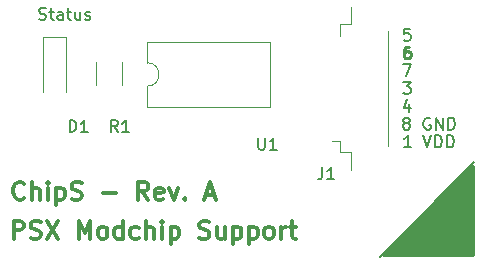
<source format=gbr>
%TF.GenerationSoftware,KiCad,Pcbnew,4.0.6*%
%TF.CreationDate,2017-08-22T22:22:21+02:00*%
%TF.ProjectId,ChipS,43686970532E6B696361645F70636200,rev?*%
%TF.FileFunction,Legend,Top*%
%FSLAX46Y46*%
G04 Gerber Fmt 4.6, Leading zero omitted, Abs format (unit mm)*
G04 Created by KiCad (PCBNEW 4.0.6) date 08/22/17 22:22:21*
%MOMM*%
%LPD*%
G01*
G04 APERTURE LIST*
%ADD10C,0.100000*%
%ADD11C,0.200000*%
%ADD12C,0.300000*%
%ADD13C,0.250000*%
%ADD14C,0.120000*%
%ADD15C,0.150000*%
G04 APERTURE END LIST*
D10*
D11*
X110579096Y-64722381D02*
X110102905Y-64722381D01*
X110055286Y-65198571D01*
X110102905Y-65150952D01*
X110198143Y-65103333D01*
X110436239Y-65103333D01*
X110531477Y-65150952D01*
X110579096Y-65198571D01*
X110626715Y-65293810D01*
X110626715Y-65531905D01*
X110579096Y-65627143D01*
X110531477Y-65674762D01*
X110436239Y-65722381D01*
X110198143Y-65722381D01*
X110102905Y-65674762D01*
X110055286Y-65627143D01*
X110200000Y-72680952D02*
X110104762Y-72633333D01*
X110057143Y-72585714D01*
X110009524Y-72490476D01*
X110009524Y-72442857D01*
X110057143Y-72347619D01*
X110104762Y-72300000D01*
X110200000Y-72252381D01*
X110390477Y-72252381D01*
X110485715Y-72300000D01*
X110533334Y-72347619D01*
X110580953Y-72442857D01*
X110580953Y-72490476D01*
X110533334Y-72585714D01*
X110485715Y-72633333D01*
X110390477Y-72680952D01*
X110200000Y-72680952D01*
X110104762Y-72728571D01*
X110057143Y-72776190D01*
X110009524Y-72871429D01*
X110009524Y-73061905D01*
X110057143Y-73157143D01*
X110104762Y-73204762D01*
X110200000Y-73252381D01*
X110390477Y-73252381D01*
X110485715Y-73204762D01*
X110533334Y-73157143D01*
X110580953Y-73061905D01*
X110580953Y-72871429D01*
X110533334Y-72776190D01*
X110485715Y-72728571D01*
X110390477Y-72680952D01*
X112295239Y-72300000D02*
X112200001Y-72252381D01*
X112057144Y-72252381D01*
X111914286Y-72300000D01*
X111819048Y-72395238D01*
X111771429Y-72490476D01*
X111723810Y-72680952D01*
X111723810Y-72823810D01*
X111771429Y-73014286D01*
X111819048Y-73109524D01*
X111914286Y-73204762D01*
X112057144Y-73252381D01*
X112152382Y-73252381D01*
X112295239Y-73204762D01*
X112342858Y-73157143D01*
X112342858Y-72823810D01*
X112152382Y-72823810D01*
X112771429Y-73252381D02*
X112771429Y-72252381D01*
X113342858Y-73252381D01*
X113342858Y-72252381D01*
X113819048Y-73252381D02*
X113819048Y-72252381D01*
X114057143Y-72252381D01*
X114200001Y-72300000D01*
X114295239Y-72395238D01*
X114342858Y-72490476D01*
X114390477Y-72680952D01*
X114390477Y-72823810D01*
X114342858Y-73014286D01*
X114295239Y-73109524D01*
X114200001Y-73204762D01*
X114057143Y-73252381D01*
X113819048Y-73252381D01*
X110676191Y-74752381D02*
X110104762Y-74752381D01*
X110390476Y-74752381D02*
X110390476Y-73752381D01*
X110295238Y-73895238D01*
X110200000Y-73990476D01*
X110104762Y-74038095D01*
X111723810Y-73752381D02*
X112057143Y-74752381D01*
X112390477Y-73752381D01*
X112723810Y-74752381D02*
X112723810Y-73752381D01*
X112961905Y-73752381D01*
X113104763Y-73800000D01*
X113200001Y-73895238D01*
X113247620Y-73990476D01*
X113295239Y-74180952D01*
X113295239Y-74323810D01*
X113247620Y-74514286D01*
X113200001Y-74609524D01*
X113104763Y-74704762D01*
X112961905Y-74752381D01*
X112723810Y-74752381D01*
X113723810Y-74752381D02*
X113723810Y-73752381D01*
X113961905Y-73752381D01*
X114104763Y-73800000D01*
X114200001Y-73895238D01*
X114247620Y-73990476D01*
X114295239Y-74180952D01*
X114295239Y-74323810D01*
X114247620Y-74514286D01*
X114200001Y-74609524D01*
X114104763Y-74704762D01*
X113961905Y-74752381D01*
X113723810Y-74752381D01*
X110531477Y-71055714D02*
X110531477Y-71722381D01*
X110293381Y-70674762D02*
X110055286Y-71389048D01*
X110674334Y-71389048D01*
X110007667Y-69222381D02*
X110626715Y-69222381D01*
X110293381Y-69603333D01*
X110436239Y-69603333D01*
X110531477Y-69650952D01*
X110579096Y-69698571D01*
X110626715Y-69793810D01*
X110626715Y-70031905D01*
X110579096Y-70127143D01*
X110531477Y-70174762D01*
X110436239Y-70222381D01*
X110150524Y-70222381D01*
X110055286Y-70174762D01*
X110007667Y-70127143D01*
X110007667Y-67722381D02*
X110674334Y-67722381D01*
X110245762Y-68722381D01*
D12*
X77028572Y-82478571D02*
X77028572Y-80978571D01*
X77600000Y-80978571D01*
X77742858Y-81050000D01*
X77814286Y-81121429D01*
X77885715Y-81264286D01*
X77885715Y-81478571D01*
X77814286Y-81621429D01*
X77742858Y-81692857D01*
X77600000Y-81764286D01*
X77028572Y-81764286D01*
X78457143Y-82407143D02*
X78671429Y-82478571D01*
X79028572Y-82478571D01*
X79171429Y-82407143D01*
X79242858Y-82335714D01*
X79314286Y-82192857D01*
X79314286Y-82050000D01*
X79242858Y-81907143D01*
X79171429Y-81835714D01*
X79028572Y-81764286D01*
X78742858Y-81692857D01*
X78600000Y-81621429D01*
X78528572Y-81550000D01*
X78457143Y-81407143D01*
X78457143Y-81264286D01*
X78528572Y-81121429D01*
X78600000Y-81050000D01*
X78742858Y-80978571D01*
X79100000Y-80978571D01*
X79314286Y-81050000D01*
X79814286Y-80978571D02*
X80814286Y-82478571D01*
X80814286Y-80978571D02*
X79814286Y-82478571D01*
X82528571Y-82478571D02*
X82528571Y-80978571D01*
X83028571Y-82050000D01*
X83528571Y-80978571D01*
X83528571Y-82478571D01*
X84457143Y-82478571D02*
X84314285Y-82407143D01*
X84242857Y-82335714D01*
X84171428Y-82192857D01*
X84171428Y-81764286D01*
X84242857Y-81621429D01*
X84314285Y-81550000D01*
X84457143Y-81478571D01*
X84671428Y-81478571D01*
X84814285Y-81550000D01*
X84885714Y-81621429D01*
X84957143Y-81764286D01*
X84957143Y-82192857D01*
X84885714Y-82335714D01*
X84814285Y-82407143D01*
X84671428Y-82478571D01*
X84457143Y-82478571D01*
X86242857Y-82478571D02*
X86242857Y-80978571D01*
X86242857Y-82407143D02*
X86100000Y-82478571D01*
X85814286Y-82478571D01*
X85671428Y-82407143D01*
X85600000Y-82335714D01*
X85528571Y-82192857D01*
X85528571Y-81764286D01*
X85600000Y-81621429D01*
X85671428Y-81550000D01*
X85814286Y-81478571D01*
X86100000Y-81478571D01*
X86242857Y-81550000D01*
X87600000Y-82407143D02*
X87457143Y-82478571D01*
X87171429Y-82478571D01*
X87028571Y-82407143D01*
X86957143Y-82335714D01*
X86885714Y-82192857D01*
X86885714Y-81764286D01*
X86957143Y-81621429D01*
X87028571Y-81550000D01*
X87171429Y-81478571D01*
X87457143Y-81478571D01*
X87600000Y-81550000D01*
X88242857Y-82478571D02*
X88242857Y-80978571D01*
X88885714Y-82478571D02*
X88885714Y-81692857D01*
X88814285Y-81550000D01*
X88671428Y-81478571D01*
X88457143Y-81478571D01*
X88314285Y-81550000D01*
X88242857Y-81621429D01*
X89600000Y-82478571D02*
X89600000Y-81478571D01*
X89600000Y-80978571D02*
X89528571Y-81050000D01*
X89600000Y-81121429D01*
X89671428Y-81050000D01*
X89600000Y-80978571D01*
X89600000Y-81121429D01*
X90314286Y-81478571D02*
X90314286Y-82978571D01*
X90314286Y-81550000D02*
X90457143Y-81478571D01*
X90742857Y-81478571D01*
X90885714Y-81550000D01*
X90957143Y-81621429D01*
X91028572Y-81764286D01*
X91028572Y-82192857D01*
X90957143Y-82335714D01*
X90885714Y-82407143D01*
X90742857Y-82478571D01*
X90457143Y-82478571D01*
X90314286Y-82407143D01*
X92742857Y-82407143D02*
X92957143Y-82478571D01*
X93314286Y-82478571D01*
X93457143Y-82407143D01*
X93528572Y-82335714D01*
X93600000Y-82192857D01*
X93600000Y-82050000D01*
X93528572Y-81907143D01*
X93457143Y-81835714D01*
X93314286Y-81764286D01*
X93028572Y-81692857D01*
X92885714Y-81621429D01*
X92814286Y-81550000D01*
X92742857Y-81407143D01*
X92742857Y-81264286D01*
X92814286Y-81121429D01*
X92885714Y-81050000D01*
X93028572Y-80978571D01*
X93385714Y-80978571D01*
X93600000Y-81050000D01*
X94885714Y-81478571D02*
X94885714Y-82478571D01*
X94242857Y-81478571D02*
X94242857Y-82264286D01*
X94314285Y-82407143D01*
X94457143Y-82478571D01*
X94671428Y-82478571D01*
X94814285Y-82407143D01*
X94885714Y-82335714D01*
X95600000Y-81478571D02*
X95600000Y-82978571D01*
X95600000Y-81550000D02*
X95742857Y-81478571D01*
X96028571Y-81478571D01*
X96171428Y-81550000D01*
X96242857Y-81621429D01*
X96314286Y-81764286D01*
X96314286Y-82192857D01*
X96242857Y-82335714D01*
X96171428Y-82407143D01*
X96028571Y-82478571D01*
X95742857Y-82478571D01*
X95600000Y-82407143D01*
X96957143Y-81478571D02*
X96957143Y-82978571D01*
X96957143Y-81550000D02*
X97100000Y-81478571D01*
X97385714Y-81478571D01*
X97528571Y-81550000D01*
X97600000Y-81621429D01*
X97671429Y-81764286D01*
X97671429Y-82192857D01*
X97600000Y-82335714D01*
X97528571Y-82407143D01*
X97385714Y-82478571D01*
X97100000Y-82478571D01*
X96957143Y-82407143D01*
X98528572Y-82478571D02*
X98385714Y-82407143D01*
X98314286Y-82335714D01*
X98242857Y-82192857D01*
X98242857Y-81764286D01*
X98314286Y-81621429D01*
X98385714Y-81550000D01*
X98528572Y-81478571D01*
X98742857Y-81478571D01*
X98885714Y-81550000D01*
X98957143Y-81621429D01*
X99028572Y-81764286D01*
X99028572Y-82192857D01*
X98957143Y-82335714D01*
X98885714Y-82407143D01*
X98742857Y-82478571D01*
X98528572Y-82478571D01*
X99671429Y-82478571D02*
X99671429Y-81478571D01*
X99671429Y-81764286D02*
X99742857Y-81621429D01*
X99814286Y-81550000D01*
X99957143Y-81478571D01*
X100100000Y-81478571D01*
X100385714Y-81478571D02*
X100957143Y-81478571D01*
X100600000Y-80978571D02*
X100600000Y-82264286D01*
X100671428Y-82407143D01*
X100814286Y-82478571D01*
X100957143Y-82478571D01*
D11*
X79190476Y-63904762D02*
X79333333Y-63952381D01*
X79571429Y-63952381D01*
X79666667Y-63904762D01*
X79714286Y-63857143D01*
X79761905Y-63761905D01*
X79761905Y-63666667D01*
X79714286Y-63571429D01*
X79666667Y-63523810D01*
X79571429Y-63476190D01*
X79380952Y-63428571D01*
X79285714Y-63380952D01*
X79238095Y-63333333D01*
X79190476Y-63238095D01*
X79190476Y-63142857D01*
X79238095Y-63047619D01*
X79285714Y-63000000D01*
X79380952Y-62952381D01*
X79619048Y-62952381D01*
X79761905Y-63000000D01*
X80047619Y-63285714D02*
X80428571Y-63285714D01*
X80190476Y-62952381D02*
X80190476Y-63809524D01*
X80238095Y-63904762D01*
X80333333Y-63952381D01*
X80428571Y-63952381D01*
X81190477Y-63952381D02*
X81190477Y-63428571D01*
X81142858Y-63333333D01*
X81047620Y-63285714D01*
X80857143Y-63285714D01*
X80761905Y-63333333D01*
X81190477Y-63904762D02*
X81095239Y-63952381D01*
X80857143Y-63952381D01*
X80761905Y-63904762D01*
X80714286Y-63809524D01*
X80714286Y-63714286D01*
X80761905Y-63619048D01*
X80857143Y-63571429D01*
X81095239Y-63571429D01*
X81190477Y-63523810D01*
X81523810Y-63285714D02*
X81904762Y-63285714D01*
X81666667Y-62952381D02*
X81666667Y-63809524D01*
X81714286Y-63904762D01*
X81809524Y-63952381D01*
X81904762Y-63952381D01*
X82666668Y-63285714D02*
X82666668Y-63952381D01*
X82238096Y-63285714D02*
X82238096Y-63809524D01*
X82285715Y-63904762D01*
X82380953Y-63952381D01*
X82523811Y-63952381D01*
X82619049Y-63904762D01*
X82666668Y-63857143D01*
X83095239Y-63904762D02*
X83190477Y-63952381D01*
X83380953Y-63952381D01*
X83476192Y-63904762D01*
X83523811Y-63809524D01*
X83523811Y-63761905D01*
X83476192Y-63666667D01*
X83380953Y-63619048D01*
X83238096Y-63619048D01*
X83142858Y-63571429D01*
X83095239Y-63476190D01*
X83095239Y-63428571D01*
X83142858Y-63333333D01*
X83238096Y-63285714D01*
X83380953Y-63285714D01*
X83476192Y-63333333D01*
D13*
X110531477Y-66222381D02*
X110341000Y-66222381D01*
X110245762Y-66270000D01*
X110198143Y-66317619D01*
X110102905Y-66460476D01*
X110055286Y-66650952D01*
X110055286Y-67031905D01*
X110102905Y-67127143D01*
X110150524Y-67174762D01*
X110245762Y-67222381D01*
X110436239Y-67222381D01*
X110531477Y-67174762D01*
X110579096Y-67127143D01*
X110626715Y-67031905D01*
X110626715Y-66793810D01*
X110579096Y-66698571D01*
X110531477Y-66650952D01*
X110436239Y-66603333D01*
X110245762Y-66603333D01*
X110150524Y-66650952D01*
X110102905Y-66698571D01*
X110055286Y-66793810D01*
D12*
X77928572Y-79035714D02*
X77857143Y-79107143D01*
X77642857Y-79178571D01*
X77500000Y-79178571D01*
X77285715Y-79107143D01*
X77142857Y-78964286D01*
X77071429Y-78821429D01*
X77000000Y-78535714D01*
X77000000Y-78321429D01*
X77071429Y-78035714D01*
X77142857Y-77892857D01*
X77285715Y-77750000D01*
X77500000Y-77678571D01*
X77642857Y-77678571D01*
X77857143Y-77750000D01*
X77928572Y-77821429D01*
X78571429Y-79178571D02*
X78571429Y-77678571D01*
X79214286Y-79178571D02*
X79214286Y-78392857D01*
X79142857Y-78250000D01*
X79000000Y-78178571D01*
X78785715Y-78178571D01*
X78642857Y-78250000D01*
X78571429Y-78321429D01*
X79928572Y-79178571D02*
X79928572Y-78178571D01*
X79928572Y-77678571D02*
X79857143Y-77750000D01*
X79928572Y-77821429D01*
X80000000Y-77750000D01*
X79928572Y-77678571D01*
X79928572Y-77821429D01*
X80642858Y-78178571D02*
X80642858Y-79678571D01*
X80642858Y-78250000D02*
X80785715Y-78178571D01*
X81071429Y-78178571D01*
X81214286Y-78250000D01*
X81285715Y-78321429D01*
X81357144Y-78464286D01*
X81357144Y-78892857D01*
X81285715Y-79035714D01*
X81214286Y-79107143D01*
X81071429Y-79178571D01*
X80785715Y-79178571D01*
X80642858Y-79107143D01*
X81928572Y-79107143D02*
X82142858Y-79178571D01*
X82500001Y-79178571D01*
X82642858Y-79107143D01*
X82714287Y-79035714D01*
X82785715Y-78892857D01*
X82785715Y-78750000D01*
X82714287Y-78607143D01*
X82642858Y-78535714D01*
X82500001Y-78464286D01*
X82214287Y-78392857D01*
X82071429Y-78321429D01*
X82000001Y-78250000D01*
X81928572Y-78107143D01*
X81928572Y-77964286D01*
X82000001Y-77821429D01*
X82071429Y-77750000D01*
X82214287Y-77678571D01*
X82571429Y-77678571D01*
X82785715Y-77750000D01*
X84571429Y-78607143D02*
X85714286Y-78607143D01*
X88428572Y-79178571D02*
X87928572Y-78464286D01*
X87571429Y-79178571D02*
X87571429Y-77678571D01*
X88142857Y-77678571D01*
X88285715Y-77750000D01*
X88357143Y-77821429D01*
X88428572Y-77964286D01*
X88428572Y-78178571D01*
X88357143Y-78321429D01*
X88285715Y-78392857D01*
X88142857Y-78464286D01*
X87571429Y-78464286D01*
X89642857Y-79107143D02*
X89500000Y-79178571D01*
X89214286Y-79178571D01*
X89071429Y-79107143D01*
X89000000Y-78964286D01*
X89000000Y-78392857D01*
X89071429Y-78250000D01*
X89214286Y-78178571D01*
X89500000Y-78178571D01*
X89642857Y-78250000D01*
X89714286Y-78392857D01*
X89714286Y-78535714D01*
X89000000Y-78678571D01*
X90214286Y-78178571D02*
X90571429Y-79178571D01*
X90928571Y-78178571D01*
X91500000Y-79035714D02*
X91571428Y-79107143D01*
X91500000Y-79178571D01*
X91428571Y-79107143D01*
X91500000Y-79035714D01*
X91500000Y-79178571D01*
X93285714Y-78750000D02*
X94000000Y-78750000D01*
X93142857Y-79178571D02*
X93642857Y-77678571D01*
X94142857Y-79178571D01*
D11*
X108000000Y-84000000D02*
X116000000Y-76000000D01*
D14*
X104685900Y-65300600D02*
X104685900Y-64350600D01*
X104685900Y-64350600D02*
X105585900Y-64350600D01*
X105585900Y-64350600D02*
X105585900Y-62850600D01*
X104685900Y-74200600D02*
X104685900Y-75150600D01*
X104685900Y-75150600D02*
X105585900Y-75150600D01*
X105585900Y-75150600D02*
X105585900Y-76650600D01*
X108685900Y-74600600D02*
X108685900Y-64900600D01*
X104685900Y-74200600D02*
X103935900Y-74200600D01*
X88326000Y-69582200D02*
X88326000Y-71352200D01*
X88326000Y-71352200D02*
X98726000Y-71352200D01*
X98726000Y-71352200D02*
X98726000Y-65812200D01*
X98726000Y-65812200D02*
X88326000Y-65812200D01*
X88326000Y-65812200D02*
X88326000Y-67582200D01*
X88326000Y-67582200D02*
G75*
G02X88326000Y-69582200I0J-1000000D01*
G01*
X84030000Y-69500000D02*
X84030000Y-67500000D01*
X86170000Y-67500000D02*
X86170000Y-69500000D01*
X81450000Y-65400000D02*
X79550000Y-65400000D01*
X79550000Y-65400000D02*
X79550000Y-70100000D01*
X81450000Y-65400000D02*
X81450000Y-70100000D01*
D15*
X103166667Y-76452381D02*
X103166667Y-77166667D01*
X103119047Y-77309524D01*
X103023809Y-77404762D01*
X102880952Y-77452381D01*
X102785714Y-77452381D01*
X104166667Y-77452381D02*
X103595238Y-77452381D01*
X103880952Y-77452381D02*
X103880952Y-76452381D01*
X103785714Y-76595238D01*
X103690476Y-76690476D01*
X103595238Y-76738095D01*
X97738095Y-73952381D02*
X97738095Y-74761905D01*
X97785714Y-74857143D01*
X97833333Y-74904762D01*
X97928571Y-74952381D01*
X98119048Y-74952381D01*
X98214286Y-74904762D01*
X98261905Y-74857143D01*
X98309524Y-74761905D01*
X98309524Y-73952381D01*
X99309524Y-74952381D02*
X98738095Y-74952381D01*
X99023809Y-74952381D02*
X99023809Y-73952381D01*
X98928571Y-74095238D01*
X98833333Y-74190476D01*
X98738095Y-74238095D01*
X85833334Y-73452381D02*
X85500000Y-72976190D01*
X85261905Y-73452381D02*
X85261905Y-72452381D01*
X85642858Y-72452381D01*
X85738096Y-72500000D01*
X85785715Y-72547619D01*
X85833334Y-72642857D01*
X85833334Y-72785714D01*
X85785715Y-72880952D01*
X85738096Y-72928571D01*
X85642858Y-72976190D01*
X85261905Y-72976190D01*
X86785715Y-73452381D02*
X86214286Y-73452381D01*
X86500000Y-73452381D02*
X86500000Y-72452381D01*
X86404762Y-72595238D01*
X86309524Y-72690476D01*
X86214286Y-72738095D01*
X81761905Y-73452381D02*
X81761905Y-72452381D01*
X82000000Y-72452381D01*
X82142858Y-72500000D01*
X82238096Y-72595238D01*
X82285715Y-72690476D01*
X82333334Y-72880952D01*
X82333334Y-73023810D01*
X82285715Y-73214286D01*
X82238096Y-73309524D01*
X82142858Y-73404762D01*
X82000000Y-73452381D01*
X81761905Y-73452381D01*
X83285715Y-73452381D02*
X82714286Y-73452381D01*
X83000000Y-73452381D02*
X83000000Y-72452381D01*
X82904762Y-72595238D01*
X82809524Y-72690476D01*
X82714286Y-72738095D01*
D13*
G36*
X115875000Y-83875000D02*
X108301776Y-83875000D01*
X115875000Y-76301776D01*
X115875000Y-83875000D01*
X115875000Y-83875000D01*
G37*
X115875000Y-83875000D02*
X108301776Y-83875000D01*
X115875000Y-76301776D01*
X115875000Y-83875000D01*
M02*

</source>
